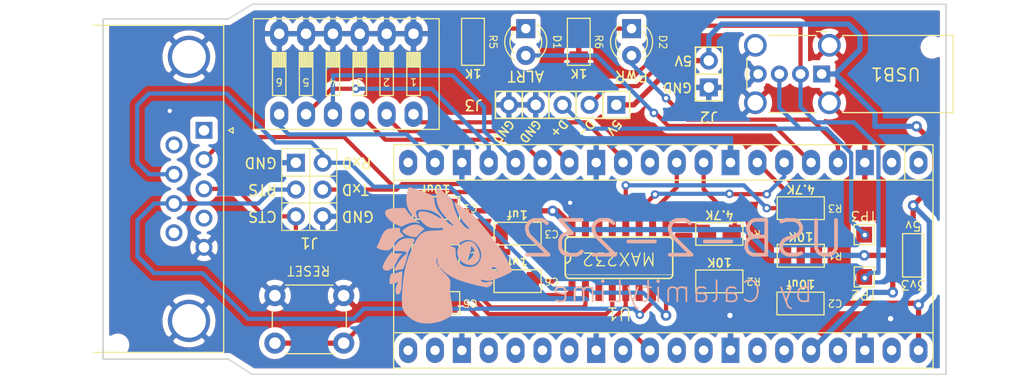
<source format=kicad_pcb>
(kicad_pcb (version 20171130) (host pcbnew "(5.1.10)-1")
  (layers (0 F.Cu signal) (31 B.Cu signal) (34 B.Paste user) (35 F.Paste user) (36 B.SilkS user hide) (37 F.SilkS user hide) (38 B.Mask user) (39 F.Mask user) (44 Edge.Cuts user))
  (net 0 "")
  (net 1 GND)
  (net 2 "Net-(C3-Pad2)")
  (net 3 +5V)
  (net 4 "Net-(D1-Pad2)")
  (net 5 "Net-(D1-Pad1)")
  (net 6 "Net-(D2-Pad2)")
  (net 7 "Net-(D2-Pad1)")
  (net 8 "Net-(J1-Pad3)")
  (net 9 "Net-(J1-Pad2)")
  (net 10 "Net-(JP1-Pad3)")
  (net 11 "Net-(R1-Pad2)")
  (net 12 "Net-(R2-Pad2)")
  (net 13 "Net-(SW1-Pad6)")
  (net 14 "Net-(SW1-Pad5)")
  (net 15 "Net-(SW1-Pad4)")
  (net 16 "Net-(SW1-Pad3)")
  (net 17 "Net-(SW1-Pad2)")
  (net 18 "Net-(SW1-Pad1)")
  (net 19 "Net-(SW2-Pad1)")
  (net 20 "Net-(U1-Pad10)")
  (net 21 "Net-(U1-Pad11)")
  (net 22 "Net-(U2-Pad1)")
  (net 23 "Net-(U2-Pad2)")
  (net 24 "Net-(U2-Pad11)")
  (net 25 "Net-(U2-Pad20)")
  (net 26 "Net-(U2-Pad21)")
  (net 27 "Net-(U2-Pad22)")
  (net 28 "Net-(U2-Pad24)")
  (net 29 "Net-(U2-Pad25)")
  (net 30 "Net-(U2-Pad26)")
  (net 31 "Net-(U2-Pad27)")
  (net 32 "Net-(U2-Pad29)")
  (net 33 "Net-(U2-Pad31)")
  (net 34 "Net-(U2-Pad32)")
  (net 35 "Net-(U2-Pad34)")
  (net 36 "Net-(U2-Pad35)")
  (net 37 "Net-(U2-Pad37)")
  (net 38 "Net-(U2-Pad39)")
  (net 39 "Net-(J3-Pad2)")
  (net 40 "Net-(C5-Pad2)")
  (net 41 "Net-(C5-Pad1)")
  (net 42 "Net-(J3-Pad3)")
  (net 43 "Net-(rs232_1-Pad9)")
  (net 44 "Net-(rs232_1-Pad6)")
  (net 45 "Net-(rs232_1-Pad4)")
  (net 46 "Net-(rs232_1-Pad1)")
  (net 47 "Net-(J1-Pad4)")
  (net 48 "Net-(J1-Pad5)")
  (net 49 "Net-(C1-Pad2)")
  (net 50 "Net-(C4-Pad1)")
  (net 51 "Net-(C6-Pad2)")
  (net 52 "Net-(C6-Pad1)")
  (net 53 "Net-(R3-Pad2)")
  (net 54 "Net-(R4-Pad1)")
  (module "USB-2-232:JLCPCB mounting hole" (layer F.Cu) (at 123.428 107.95)
    (fp_text reference REF** hide)
    (fp_text value "JLCPCB mounting hole")
    (pad "" np_thru_hole circle (at 0 0) (size 1.152 1.152) (drill 1.152) (layers *.Cu *.Mask))
  )
  (module "USB-2-232:JLCPCB mounting hole" (layer F.Cu) (at 200.406 79.756)
    (fp_text reference REF** hide)
    (fp_text value "JLCPCB mounting hole")
    (pad "" np_thru_hole circle (at 0 0) (size 1.152 1.152) (drill 1.152) (layers *.Cu *.Mask))
  )
  (module USB-2-232:pfp-1050-flip (layer B.Cu) (at 154.1945 99.6315 180)
    (fp_text reference G*** hide)
    (fp_text value LOGO hide)
  )
  (module usbpico:R_1206_3216Metric_LED (layer F.Cu) (at 157.005 79.248 90)
    (fp_text reference R5 (at 0 1.9 270 unlocked) (layer F.SilkS) (effects (font (size 0.7 0.7) (thickness 0.1))))
    (fp_text value 1K (at -3 0 180 unlocked) (layer F.SilkS) (effects (font (size 0.8 0.8))))
    (pad 2 smd rect (at 1.4625 0 90) (size 1.125 1.75) (layers F.Cu F.Paste F.Mask) (net 5 "Net-(D1-Pad1)"))
    (pad 1 smd rect (at -1.4625 0 90) (size 1.125 1.75) (layers F.Cu F.Paste F.Mask) (net 1 GND))
  )
  (module usbpico:R_1206_3216Metric_LED (layer F.Cu) (at 167.005 79.248 90)
    (fp_text reference R6 (at 0 1.9 270 unlocked) (layer F.SilkS) (effects (font (size 0.7 0.7) (thickness 0.1))))
    (fp_text value 1K (at -3 0 180 unlocked) (layer F.SilkS) (effects (font (size 0.8 0.8))))
    (pad 2 smd rect (at 1.4625 0 90) (size 1.125 1.75) (layers F.Cu F.Paste F.Mask) (net 7 "Net-(D2-Pad1)"))
    (pad 1 smd rect (at -1.4625 0 90) (size 1.125 1.75) (layers F.Cu F.Paste F.Mask) (net 1 GND))
  )
  (module usbpico:PinHeader_ALT_SERIAL_OUT (layer F.Cu) (at 140.2588 90.6948)
    (fp_text reference J1 (at 1.27 7.6 180 unlocked) (layer F.SilkS))
    (fp_text value Conn_01x06_Male)
    (fp_text user CTS (at -1.7 5.08 180 unlocked) (layer F.SilkS) (effects (justify left)))
    (fp_text user RTS (at -1.7 2.54 180 unlocked) (layer F.SilkS) (effects (justify left)))
    (fp_text user GND (at -1.7 0 180 unlocked) (layer F.SilkS) (effects (justify left)))
    (fp_text user GND (at 4.24 5.08 180 unlocked) (layer F.SilkS) (effects (justify right)))
    (fp_text user TxD (at 4.24 2.54 180 unlocked) (layer F.SilkS) (effects (justify right)))
    (fp_text user RxD (at 4.24 0 180 unlocked) (layer F.SilkS) (effects (justify right)))
    (pad 6 thru_hole oval (at 2.54 5.08) (size 1.7 1.7) (drill 1) (layers *.Cu *.Mask) (net 1 GND))
    (pad 5 thru_hole oval (at 0 5.08) (size 1.7 1.7) (drill 1) (layers *.Cu *.Mask) (net 48 "Net-(J1-Pad5)"))
    (pad 4 thru_hole oval (at 2.54 2.54) (size 1.7 1.7) (drill 1) (layers *.Cu *.Mask) (net 47 "Net-(J1-Pad4)"))
    (pad 3 thru_hole oval (at 0 2.54) (size 1.7 1.7) (drill 1) (layers *.Cu *.Mask) (net 8 "Net-(J1-Pad3)"))
    (pad 2 thru_hole oval (at 2.54 0) (size 1.7 1.7) (drill 1) (layers *.Cu *.Mask) (net 9 "Net-(J1-Pad2)"))
    (pad 1 thru_hole rect (at 0 0) (size 1.7 1.7) (drill 1) (layers *.Cu *.Mask) (net 1 GND))
  )
  (module usbpico:USB_A_Wuerth_614004134726_Horizontal (layer F.Cu) (at 189.976 82.296 180)
    (fp_text reference USB1 (at -7 0 180 unlocked) (layer F.SilkS) (effects (font (size 1.2 1.2))))
    (fp_text value USB_A)
    (pad 5 thru_hole circle (at -0.73 -2.72 180) (size 2.15 2.15) (drill 1.5) (layers *.Cu *.Mask) (net 1 GND))
    (pad 5 thru_hole circle (at 6.27 -2.72 180) (size 2.15 2.15) (drill 1.5) (layers *.Cu *.Mask) (net 1 GND))
    (pad 5 thru_hole circle (at 6.27 2.72 180) (size 2.15 2.15) (drill 1.5) (layers *.Cu *.Mask) (net 1 GND))
    (pad 5 thru_hole circle (at -0.73 2.72 180) (size 2.15 2.15) (drill 1.5) (layers *.Cu *.Mask) (net 1 GND))
    (pad 1 thru_hole rect (at 0 0 180) (size 1.6 1.6) (drill 0.92) (layers *.Cu *.Mask) (net 3 +5V))
    (pad 2 thru_hole circle (at 2 0 180) (size 1.6 1.6) (drill 0.92) (layers *.Cu *.Mask) (net 39 "Net-(J3-Pad2)"))
    (pad 3 thru_hole circle (at 4 0 180) (size 1.6 1.6) (drill 0.92) (layers *.Cu *.Mask) (net 42 "Net-(J3-Pad3)"))
    (pad 4 thru_hole circle (at 6 0 180) (size 1.6 1.6) (drill 0.92) (layers *.Cu *.Mask) (net 1 GND))
  )
  (module usbpico:SW_DIP_SPSTx06_Slide_9.78x17.42mm_W7.62mm_P2.54mm (layer F.Cu) (at 151.384 78.486 270)
    (fp_text reference SW1 hide)
    (fp_text value SW_DIP_x06)
    (fp_text user 6 (at 4.572 12.7 180 unlocked) (layer F.SilkS) (effects (font (size 0.7 0.7) (thickness 0.1))))
    (fp_text user 5 (at 4.572 9.779 180 unlocked) (layer F.SilkS) (effects (font (size 0.7 0.7) (thickness 0.1)) (justify left)))
    (fp_text user 4 (at 4.572 7.239 180 unlocked) (layer F.SilkS) (effects (font (size 0.7 0.7) (thickness 0.1)) (justify left)))
    (fp_text user 3 (at 4.572 4.699 180 unlocked) (layer F.SilkS) (effects (font (size 0.7 0.7) (thickness 0.1)) (justify left)))
    (fp_text user 2 (at 4.572 2.159 180 unlocked) (layer F.SilkS) (effects (font (size 0.7 0.7) (thickness 0.1)) (justify left)))
    (fp_text user 1 (at 4.572 -0.381 180 unlocked) (layer F.SilkS) (effects (font (size 0.7 0.7) (thickness 0.1)) (justify left)))
    (pad 1 thru_hole oval (at 7.62 0 270) (size 2.4 1.7) (drill 1) (layers *.Cu *.Mask) (net 18 "Net-(SW1-Pad1)"))
    (pad 7 thru_hole oval (at 0 12.7 270) (size 2.4 1.7) (drill 1) (layers *.Cu *.Mask) (net 1 GND))
    (pad 2 thru_hole oval (at 7.62 2.54 270) (size 2.4 1.7) (drill 1) (layers *.Cu *.Mask) (net 17 "Net-(SW1-Pad2)"))
    (pad 8 thru_hole oval (at 0 10.16 270) (size 2.4 1.7) (drill 1) (layers *.Cu *.Mask) (net 1 GND))
    (pad 3 thru_hole oval (at 7.62 5.08 270) (size 2.4 1.7) (drill 1) (layers *.Cu *.Mask) (net 16 "Net-(SW1-Pad3)"))
    (pad 9 thru_hole oval (at 0 7.62 270) (size 2.4 1.7) (drill 1) (layers *.Cu *.Mask) (net 1 GND))
    (pad 4 thru_hole oval (at 7.62 7.62 270) (size 2.4 1.7) (drill 1) (layers *.Cu *.Mask) (net 15 "Net-(SW1-Pad4)"))
    (pad 10 thru_hole oval (at 0 5.08 270) (size 2.4 1.7) (drill 1) (layers *.Cu *.Mask) (net 1 GND))
    (pad 5 thru_hole oval (at 7.62 10.16 270) (size 2.4 1.7) (drill 1) (layers *.Cu *.Mask) (net 14 "Net-(SW1-Pad5)"))
    (pad 11 thru_hole oval (at 0 2.54 270) (size 2.4 1.7) (drill 1) (layers *.Cu *.Mask) (net 1 GND))
    (pad 6 thru_hole oval (at 7.62 12.7 270) (size 2.4 1.7) (drill 1) (layers *.Cu *.Mask) (net 13 "Net-(SW1-Pad6)"))
    (pad 12 thru_hole oval (at 0 0 270) (size 2.4 1.7) (drill 1) (layers *.Cu *.Mask) (net 1 GND))
  )
  (module usbpico:LED_D3.0mm_PWR (layer F.Cu) (at 172 78 270)
    (fp_text reference D2 (at 1.27 -2.96 270 unlocked) (layer F.SilkS) (effects (font (size 0.7 0.7) (thickness 0.1))))
    (fp_text value LED_Small)
    (fp_text user PWR (at 4.5 0 180 unlocked) (layer F.SilkS))
    (pad 2 thru_hole circle (at 2.54 0 270) (size 1.8 1.8) (drill 0.9) (layers *.Cu *.Mask) (net 6 "Net-(D2-Pad2)"))
    (pad 1 thru_hole rect (at 0 0 270) (size 1.8 1.8) (drill 0.9) (layers *.Cu *.Mask) (net 7 "Net-(D2-Pad1)"))
  )
  (module usbpico:LED_D3.0mm_ALRT (layer F.Cu) (at 162 78 270)
    (fp_text reference D1 (at 1.27 -2.96 270 unlocked) (layer F.SilkS) (effects (font (size 0.7 0.7) (thickness 0.11))))
    (fp_text value LED_Small)
    (fp_text user ALRT (at 4.5 0 180 unlocked) (layer F.SilkS))
    (pad 2 thru_hole circle (at 2.54 0 270) (size 1.8 1.8) (drill 0.9) (layers *.Cu *.Mask) (net 4 "Net-(D1-Pad2)"))
    (pad 1 thru_hole rect (at 0 0 270) (size 1.8 1.8) (drill 0.9) (layers *.Cu *.Mask) (net 5 "Net-(D1-Pad1)"))
  )
  (module usbpico:SW_PUSH_6mm (layer F.Cu) (at 144.78 107.777 180)
    (fp_text reference SW2 hide)
    (fp_text value SW_MEC_5E)
    (fp_text user RESET (at 3.302 6.858 180 unlocked) (layer F.SilkS) (effects (font (size 0.9 0.9) (thickness 0.12))))
    (pad 2 thru_hole circle (at 6.5 0 270) (size 2 2) (drill 1.1) (layers *.Cu *.Mask) (net 19 "Net-(SW2-Pad1)"))
    (pad 4 thru_hole circle (at 6.5 4.5 270) (size 2 2) (drill 1.1) (layers *.Cu *.Mask) (net 1 GND))
    (pad 1 thru_hole circle (at 0 0 270) (size 2 2) (drill 1.1) (layers *.Cu *.Mask) (net 19 "Net-(SW2-Pad1)"))
    (pad 3 thru_hole circle (at 0 4.5 270) (size 2 2) (drill 1.1) (layers *.Cu *.Mask) (net 1 GND))
  )
  (module usbpico:SolderJumper_MAX232_5v-3v3_switch (layer F.Cu) (at 198.628 99.465 270)
    (fp_text reference JP1 hide)
    (fp_text value SolderJumper_3_Open)
    (fp_text user 5v (at -2.8 0 180 unlocked) (layer F.SilkS) (effects (font (size 0.9 0.9) (thickness 0.12))))
    (fp_text user 3v3 (at 2.8 0 180 unlocked) (layer F.SilkS) (effects (font (size 0.9 0.9) (thickness 0.12))))
    (pad 1 smd rect (at -1.3 0 270) (size 1 1.5) (layers F.Cu F.Mask) (net 3 +5V))
    (pad 2 smd rect (at 0 0 270) (size 1 1.5) (layers F.Cu F.Mask) (net 49 "Net-(C1-Pad2)"))
    (pad 3 smd rect (at 1.3 0 270) (size 1 1.5) (layers F.Cu F.Mask) (net 10 "Net-(JP1-Pad3)"))
  )
  (module usbpico:max232_SMD (layer F.Cu) (at 170.815 99.695)
    (fp_text reference U1 (at 0 4.6 180 unlocked) (layer F.SilkS) (effects (font (size 1.2 1.2) (thickness 0.12)) (justify bottom)))
    (fp_text value MAX232 (at 0 -0.6 180 unlocked) (layer F.SilkS) (effects (font (size 1.2 1.2) (thickness 0.12)) (justify bottom)))
    (pad 9 smd rect (at 4.445 -3.0734) (size 0.6604 2.032) (layers F.Cu F.Paste F.Mask) (net 54 "Net-(R4-Pad1)"))
    (pad 8 smd rect (at 4.445 3.0734) (size 0.6604 2.032) (layers F.Cu F.Paste F.Mask) (net 9 "Net-(J1-Pad2)"))
    (pad 10 smd rect (at 3.175 -3.0734) (size 0.6604 2.032) (layers F.Cu F.Paste F.Mask) (net 20 "Net-(U1-Pad10)"))
    (pad 11 smd rect (at 1.905 -3.0734) (size 0.6604 2.032) (layers F.Cu F.Paste F.Mask) (net 21 "Net-(U1-Pad11)"))
    (pad 7 smd rect (at 3.175 3.0734) (size 0.6604 2.032) (layers F.Cu F.Paste F.Mask) (net 8 "Net-(J1-Pad3)"))
    (pad 6 smd rect (at 1.905 3.0734) (size 0.6604 2.032) (layers F.Cu F.Paste F.Mask) (net 2 "Net-(C3-Pad2)"))
    (pad 12 smd rect (at 0.635 -3.0734) (size 0.6604 2.032) (layers F.Cu F.Paste F.Mask) (net 53 "Net-(R3-Pad2)"))
    (pad 5 smd rect (at 0.635 3.0734) (size 0.6604 2.032) (layers F.Cu F.Paste F.Mask) (net 40 "Net-(C5-Pad2)"))
    (pad 13 smd rect (at -0.635 -3.0734) (size 0.6604 2.032) (layers F.Cu F.Paste F.Mask) (net 47 "Net-(J1-Pad4)"))
    (pad 4 smd rect (at -0.635 3.0734) (size 0.6604 2.032) (layers F.Cu F.Paste F.Mask) (net 41 "Net-(C5-Pad1)"))
    (pad 14 smd rect (at -1.905 -3.0734) (size 0.6604 2.032) (layers F.Cu F.Paste F.Mask) (net 48 "Net-(J1-Pad5)"))
    (pad 15 smd rect (at -3.175 -3.0734) (size 0.6604 2.032) (layers F.Cu F.Paste F.Mask) (net 1 GND))
    (pad 3 smd rect (at -1.905 3.0734) (size 0.6604 2.032) (layers F.Cu F.Paste F.Mask) (net 51 "Net-(C6-Pad2)"))
    (pad 2 smd rect (at -3.175 3.0734) (size 0.6604 2.032) (layers F.Cu F.Paste F.Mask) (net 50 "Net-(C4-Pad1)"))
    (pad 16 smd rect (at -4.445 -3.0734) (size 0.6604 2.032) (layers F.Cu F.Paste F.Mask) (net 49 "Net-(C1-Pad2)"))
    (pad 1 smd rect (at -4.445 3.0734) (size 0.6604 2.032) (layers F.Cu F.Paste F.Mask) (net 52 "Net-(C6-Pad1)"))
  )
  (module usbpico:R_1206_3216Metric_bridgeflip (layer F.Cu) (at 188 95 180)
    (fp_text reference R3 (at -2.5 0 180 unlocked) (layer F.SilkS) (effects (font (size 0.7 0.7) (thickness 0.1)) (justify right)))
    (fp_text value 4.7K (at 0 1.8 180 unlocked) (layer F.SilkS) (effects (font (size 0.8 0.8))))
    (pad 2 smd rect (at 0.6 0) (size 0.6 1) (layers F.Cu F.Paste F.Mask) (net 53 "Net-(R3-Pad2)"))
    (pad 1 smd rect (at -0.6 0 180) (size 0.6 1) (layers F.Cu F.Paste F.Mask) (net 11 "Net-(R1-Pad2)"))
    (pad 2 smd rect (at 1.4625 0 180) (size 1.125 1.75) (layers F.Cu F.Paste F.Mask) (net 53 "Net-(R3-Pad2)"))
    (pad 1 smd rect (at -1.4625 0 180) (size 1.125 1.75) (layers F.Cu F.Paste F.Mask) (net 11 "Net-(R1-Pad2)"))
  )
  (module usbpico:R_1206_3216Metric (layer F.Cu) (at 180.302 101.932)
    (fp_text reference R2 (at 2.5 0 180 unlocked) (layer F.SilkS) (effects (font (size 0.7 0.7) (thickness 0.1)) (justify right)))
    (fp_text value 10K (at 0 -1.8 180 unlocked) (layer F.SilkS) (effects (font (size 0.8 0.8))))
    (pad 2 smd rect (at 1.4625 0) (size 1.125 1.75) (layers F.Cu F.Paste F.Mask) (net 12 "Net-(R2-Pad2)"))
    (pad 1 smd rect (at -1.4625 0) (size 1.125 1.75) (layers F.Cu F.Paste F.Mask) (net 1 GND))
  )
  (module usbpico:R_1206_3216Metric (layer F.Cu) (at 188 99.5)
    (fp_text reference R1 (at 2.5 0 180 unlocked) (layer F.SilkS) (effects (font (size 0.7 0.7) (thickness 0.1)) (justify right)))
    (fp_text value 10K (at 0 -1.8 180 unlocked) (layer F.SilkS) (effects (font (size 0.8 0.8))))
    (pad 2 smd rect (at 1.4625 0) (size 1.125 1.75) (layers F.Cu F.Paste F.Mask) (net 11 "Net-(R1-Pad2)"))
    (pad 1 smd rect (at -1.4625 0) (size 1.125 1.75) (layers F.Cu F.Paste F.Mask) (net 1 GND))
  )
  (module usbpico:R_1206_3216Metric_bridge (layer F.Cu) (at 180.302 97.432)
    (fp_text reference R4 (at 2.5 0 180 unlocked) (layer F.SilkS) (effects (font (size 0.7 0.7) (thickness 0.1)) (justify right)))
    (fp_text value 4.7K (at 0 -1.8 180 unlocked) (layer F.SilkS) (effects (font (size 0.8 0.8))))
    (pad 2 smd rect (at 0.6 0 180) (size 0.6 1) (layers F.Cu F.Paste F.Mask) (net 12 "Net-(R2-Pad2)"))
    (pad 1 smd rect (at -0.6 0) (size 0.6 1) (layers F.Cu F.Paste F.Mask) (net 54 "Net-(R4-Pad1)"))
    (pad 2 smd rect (at 1.4625 0) (size 1.125 1.75) (layers F.Cu F.Paste F.Mask) (net 12 "Net-(R2-Pad2)"))
    (pad 1 smd rect (at -1.4625 0) (size 1.125 1.75) (layers F.Cu F.Paste F.Mask) (net 54 "Net-(R4-Pad1)"))
  )
  (module usbpico:C_1206_3216Metric (layer F.Cu) (at 153.5 95)
    (fp_text reference C1 (at 2.5 0 180 unlocked) (layer F.SilkS) (effects (font (size 0.7 0.7) (thickness 0.1)) (justify right)))
    (fp_text value 10uf (at 0 -1.8 180 unlocked) (layer F.SilkS) (effects (font (size 0.8 0.8))))
    (pad 2 smd rect (at 1.475 0) (size 1.15 1.8) (layers F.Cu F.Paste F.Mask) (net 49 "Net-(C1-Pad2)"))
    (pad 1 smd rect (at -1.475 0) (size 1.15 1.8) (layers F.Cu F.Paste F.Mask) (net 1 GND))
  )
  (module usbpico:C_1206_3216Metric (layer F.Cu) (at 161.198 101.932)
    (fp_text reference C6 (at 2.5 0 180 unlocked) (layer F.SilkS) (effects (font (size 0.7 0.7) (thickness 0.1)) (justify right)))
    (fp_text value 1uf (at 0 -1.8 180 unlocked) (layer F.SilkS) (effects (font (size 0.8 0.8))))
    (pad 2 smd rect (at 1.475 0) (size 1.15 1.8) (layers F.Cu F.Paste F.Mask) (net 51 "Net-(C6-Pad2)"))
    (pad 1 smd rect (at -1.475 0) (size 1.15 1.8) (layers F.Cu F.Paste F.Mask) (net 52 "Net-(C6-Pad1)"))
  )
  (module usbpico:C_1206_3216Metric (layer F.Cu) (at 153.5 104)
    (fp_text reference C5 (at 2.5 0 180 unlocked) (layer F.SilkS) (effects (font (size 0.7 0.7) (thickness 0.1)) (justify right)))
    (fp_text value 1uf (at 0 -1.8 180 unlocked) (layer F.SilkS) (effects (font (size 0.8 0.8))))
    (pad 2 smd rect (at 1.475 0) (size 1.15 1.8) (layers F.Cu F.Paste F.Mask) (net 40 "Net-(C5-Pad2)"))
    (pad 1 smd rect (at -1.475 0) (size 1.15 1.8) (layers F.Cu F.Paste F.Mask) (net 41 "Net-(C5-Pad1)"))
  )
  (module usbpico:C_1206_3216Metric (layer F.Cu) (at 161.198 97.432)
    (fp_text reference C3 (at 2.5 0 180 unlocked) (layer F.SilkS) (effects (font (size 0.7 0.7) (thickness 0.1)) (justify right)))
    (fp_text value 1uf (at 0 -1.8 180 unlocked) (layer F.SilkS) (effects (font (size 0.8 0.8))))
    (pad 2 smd rect (at 1.475 0) (size 1.15 1.8) (layers F.Cu F.Paste F.Mask) (net 2 "Net-(C3-Pad2)"))
    (pad 1 smd rect (at -1.475 0) (size 1.15 1.8) (layers F.Cu F.Paste F.Mask) (net 1 GND))
  )
  (module usbpico:C_1206_3216MetricFlip (layer F.Cu) (at 153.5 99.5 180)
    (fp_text reference C4 (at -2.5 0 180 unlocked) (layer F.SilkS) (effects (font (size 0.7 0.7) (thickness 0.1)) (justify right)))
    (fp_text value 1uf (at 0 1.8 180 unlocked) (layer F.SilkS) (effects (font (size 0.8 0.8))))
    (pad 2 smd rect (at 1.475 0 180) (size 1.15 1.8) (layers F.Cu F.Paste F.Mask) (net 1 GND))
    (pad 1 smd rect (at -1.475 0 180) (size 1.15 1.8) (layers F.Cu F.Paste F.Mask) (net 50 "Net-(C4-Pad1)"))
  )
  (module usbpico:C_1206_3216MetricFlip (layer F.Cu) (at 188 104 180)
    (fp_text reference C2 (at -2.5 0 180 unlocked) (layer F.SilkS) (effects (font (size 0.7 0.7) (thickness 0.1)) (justify right)))
    (fp_text value 10uf (at 0 1.8 180 unlocked) (layer F.SilkS) (effects (font (size 0.8 0.8))))
    (pad 2 smd rect (at 1.475 0 180) (size 1.15 1.8) (layers F.Cu F.Paste F.Mask) (net 1 GND))
    (pad 1 smd rect (at -1.475 0 180) (size 1.15 1.8) (layers F.Cu F.Paste F.Mask) (net 3 +5V))
  )
  (module usbpico:PinHeader_ALT_PWR_IN (layer F.Cu) (at 179.308 81.026)
    (fp_text reference J2 (at 0 5.334 180 unlocked) (layer F.SilkS))
    (fp_text value Conn_01x02_Male)
    (fp_text user 5V (at -1.5 0 180 unlocked) (layer F.SilkS) (effects (font (size 0.9 0.9)) (justify left)))
    (fp_text user GND (at -1.5 2.54 180 unlocked) (layer F.SilkS) (effects (font (size 0.9 0.9)) (justify left)))
    (pad 1 thru_hole circle (at 0 0) (size 1.7 1.7) (drill 1) (layers *.Cu *.Mask) (net 3 +5V))
    (pad 2 thru_hole rect (at 0 2.54 90) (size 1.7 1.7) (drill 1) (layers *.Cu *.Mask) (net 1 GND))
  )
  (module usbpico:PinHeader_ALT_USB_IN (layer F.Cu) (at 170.561 85.217 270)
    (fp_text reference J3 (at 0 13.5 180 unlocked) (layer F.SilkS))
    (fp_text value Conn_01x05_Male)
    (fp_text user GND (at 1.5 7.3025 230 unlocked) (layer F.SilkS) (effects (font (size 0.8 0.8)) (justify left)))
    (fp_text user GND (at 1.5 9.8425 230 unlocked) (layer F.SilkS) (effects (font (size 0.8 0.8)) (justify left)))
    (fp_text user D+ (at 1.5 4.7625 230 unlocked) (layer F.SilkS) (effects (font (size 0.8 0.8)) (justify left)))
    (fp_text user D- (at 1.5 2.2225 230 unlocked) (layer F.SilkS) (effects (font (size 0.8 0.8)) (justify left)))
    (fp_text user 5V (at 1.5 -0.3175 230 unlocked) (layer F.SilkS) (effects (font (size 0.8 0.8)) (justify left)))
    (pad 5 thru_hole oval (at 0 10.16 270) (size 1.7 1.7) (drill 1) (layers *.Cu *.Mask) (net 1 GND))
    (pad 4 thru_hole oval (at 0 7.62 270) (size 1.7 1.7) (drill 1) (layers *.Cu *.Mask) (net 1 GND))
    (pad 3 thru_hole oval (at 0 5.08 270) (size 1.7 1.7) (drill 1) (layers *.Cu *.Mask) (net 42 "Net-(J3-Pad3)"))
    (pad 2 thru_hole oval (at 0 2.54 270) (size 1.7 1.7) (drill 1) (layers *.Cu *.Mask) (net 39 "Net-(J3-Pad2)"))
    (pad 1 thru_hole rect (at 0 0 270) (size 1.7 1.7) (drill 1) (layers *.Cu *.Mask) (net 3 +5V))
  )
  (module usbpico:RPi_Pico_SMD_THv2 (layer F.Cu) (at 175.006 99.568 270)
    (fp_text reference U2 hide)
    (fp_text value PICO_RP2040)
    (pad 1 thru_hole oval (at -8.89 -24.13 270) (size 2.2 1.7) (drill 0.9) (layers *.Cu *.Mask) (net 22 "Net-(U2-Pad1)"))
    (pad 2 thru_hole oval (at -8.89 -21.59 270) (size 2.4 1.7) (drill 0.9) (layers *.Cu *.Mask) (net 23 "Net-(U2-Pad2)"))
    (pad 3 thru_hole rect (at -8.89 -19.05 270) (size 2.4 1.7) (drill 0.9) (layers *.Cu *.Mask) (net 1 GND))
    (pad 4 thru_hole oval (at -8.89 -16.51 270) (size 2.4 1.7) (drill 0.9) (layers *.Cu *.Mask) (net 6 "Net-(D2-Pad2)"))
    (pad 5 thru_hole oval (at -8.89 -13.97 270) (size 2.4 1.7) (drill 0.9) (layers *.Cu *.Mask) (net 4 "Net-(D1-Pad2)"))
    (pad 6 thru_hole oval (at -8.89 -11.43 270) (size 2.4 1.7) (drill 0.9) (layers *.Cu *.Mask) (net 21 "Net-(U1-Pad11)"))
    (pad 7 thru_hole oval (at -8.89 -8.89 270) (size 2.4 1.7) (drill 0.9) (layers *.Cu *.Mask) (net 11 "Net-(R1-Pad2)"))
    (pad 8 thru_hole rect (at -8.89 -6.35 270) (size 2.4 1.7) (drill 0.9) (layers *.Cu *.Mask) (net 1 GND))
    (pad 9 thru_hole oval (at -8.89 -3.81 270) (size 2.4 1.7) (drill 0.9) (layers *.Cu *.Mask) (net 12 "Net-(R2-Pad2)"))
    (pad 10 thru_hole oval (at -8.89 -1.27 270) (size 2.4 1.7) (drill 0.9) (layers *.Cu *.Mask) (net 20 "Net-(U1-Pad10)"))
    (pad 11 thru_hole oval (at -8.89 1.27 270) (size 2.4 1.7) (drill 0.9) (layers *.Cu *.Mask) (net 24 "Net-(U2-Pad11)"))
    (pad 12 thru_hole oval (at -8.89 3.81 270) (size 2.4 1.7) (drill 0.9) (layers *.Cu *.Mask) (net 18 "Net-(SW1-Pad1)"))
    (pad 13 thru_hole rect (at -8.89 6.35 270) (size 2.4 1.7) (drill 0.9) (layers *.Cu *.Mask) (net 1 GND))
    (pad 14 thru_hole oval (at -8.89 8.89 270) (size 2.4 1.7) (drill 0.9) (layers *.Cu *.Mask) (net 17 "Net-(SW1-Pad2)"))
    (pad 15 thru_hole oval (at -8.89 11.43 270) (size 2.4 1.7) (drill 0.9) (layers *.Cu *.Mask) (net 16 "Net-(SW1-Pad3)"))
    (pad 16 thru_hole oval (at -8.89 13.97 270) (size 2.4 1.7) (drill 0.9) (layers *.Cu *.Mask) (net 15 "Net-(SW1-Pad4)"))
    (pad 17 thru_hole oval (at -8.89 16.51 270) (size 2.4 1.7) (drill 0.9) (layers *.Cu *.Mask) (net 14 "Net-(SW1-Pad5)"))
    (pad 18 thru_hole rect (at -8.89 19.05 270) (size 2.4 1.7) (drill 0.9) (layers *.Cu *.Mask) (net 1 GND))
    (pad 19 thru_hole oval (at -8.89 21.59 270) (size 2.4 1.7) (drill 0.9) (layers *.Cu *.Mask) (net 13 "Net-(SW1-Pad6)"))
    (pad 20 thru_hole oval (at -8.89 24.13 270) (size 2.4 1.7) (drill 0.9) (layers *.Cu *.Mask) (net 25 "Net-(U2-Pad20)"))
    (pad 21 thru_hole oval (at 8.89 24.13 270) (size 2.4 1.7) (drill 0.9) (layers *.Cu *.Mask) (net 26 "Net-(U2-Pad21)"))
    (pad 22 thru_hole oval (at 8.89 21.59 270) (size 2.4 1.7) (drill 0.9) (layers *.Cu *.Mask) (net 27 "Net-(U2-Pad22)"))
    (pad 23 thru_hole rect (at 8.89 19.05 270) (size 2.4 1.7) (drill 0.9) (layers *.Cu *.Mask) (net 1 GND))
    (pad 24 thru_hole oval (at 8.89 16.51 270) (size 2.4 1.7) (drill 0.9) (layers *.Cu *.Mask) (net 28 "Net-(U2-Pad24)"))
    (pad 25 thru_hole oval (at 8.89 13.97 270) (size 2.4 1.7) (drill 0.9) (layers *.Cu *.Mask) (net 29 "Net-(U2-Pad25)"))
    (pad 26 thru_hole oval (at 8.89 11.43 270) (size 2.4 1.7) (drill 0.9) (layers *.Cu *.Mask) (net 30 "Net-(U2-Pad26)"))
    (pad 27 thru_hole oval (at 8.89 8.89 270) (size 2.4 1.7) (drill 0.9) (layers *.Cu *.Mask) (net 31 "Net-(U2-Pad27)"))
    (pad 28 thru_hole rect (at 8.89 6.35 270) (size 2.4 1.7) (drill 0.9) (layers *.Cu *.Mask) (net 1 GND))
    (pad 29 thru_hole oval (at 8.89 3.81 270) (size 2.4 1.7) (drill 0.9) (layers *.Cu *.Mask) (net 32 "Net-(U2-Pad29)"))
    (pad 30 thru_hole oval (at 8.89 1.27 270) (size 2.4 1.7) (drill 0.9) (layers *.Cu *.Mask) (net 19 "Net-(SW2-Pad1)"))
    (pad 31 thru_hole oval (at 8.89 -1.27 270) (size 2.4 1.7) (drill 0.9) (layers *.Cu *.Mask) (net 33 "Net-(U2-Pad31)"))
    (pad 32 thru_hole oval (at 8.89 -3.81 270) (size 2.4 1.7) (drill 0.9) (layers *.Cu *.Mask) (net 34 "Net-(U2-Pad32)"))
    (pad 33 thru_hole rect (at 8.89 -6.35 270) (size 2.4 1.7) (drill 0.9) (layers *.Cu *.Mask) (net 1 GND))
    (pad 34 thru_hole oval (at 8.89 -8.89 270) (size 2.4 1.7) (drill 0.9) (layers *.Cu *.Mask) (net 35 "Net-(U2-Pad34)"))
    (pad 35 thru_hole oval (at 8.89 -11.43 270) (size 2.4 1.7) (drill 0.9) (layers *.Cu *.Mask) (net 36 "Net-(U2-Pad35)"))
    (pad 36 thru_hole oval (at 8.89 -13.97 270) (size 2.4 1.7) (drill 0.9) (layers *.Cu *.Mask) (net 10 "Net-(JP1-Pad3)"))
    (pad 37 thru_hole oval (at 8.89 -16.51 270) (size 2.4 1.7) (drill 0.9) (layers *.Cu *.Mask) (net 37 "Net-(U2-Pad37)"))
    (pad 38 thru_hole rect (at 8.89 -19.05 270) (size 2.4 1.7) (drill 0.9) (layers *.Cu *.Mask) (net 1 GND))
    (pad 39 thru_hole oval (at 8.89 -21.59 90) (size 2.4 1.7) (drill 0.9) (layers *.Cu *.Mask) (net 38 "Net-(U2-Pad39)"))
    (pad 40 thru_hole oval (at 8.89 -24.13 270) (size 2.4 1.7) (drill 0.9) (layers *.Cu *.Mask) (net 3 +5V))
  )
  (module usbpico:TestPoint_Pad_1.5x1.5mm (layer F.Cu) (at 194 97.508 270)
    (fp_text reference TP3 (at -1.778 0.05 180 unlocked) (layer F.SilkS) (effects (font (size 0.9 0.9) (thickness 0.12))))
    (fp_text value TestPoint)
    (pad 1 smd rect (at 0 0 270) (size 1.5 1.5) (layers F.Cu F.Mask) (net 42 "Net-(J3-Pad3)"))
  )
  (module usbpico:TestPoint_Pad_1.5x1.5mm (layer F.Cu) (at 194 101.508 270)
    (fp_text reference TP2 (at 1.692 0.05 180 unlocked) (layer F.SilkS) (effects (font (size 0.9 0.9) (thickness 0.12))))
    (fp_text value TestPoint)
    (pad 1 smd rect (at 0 0 270) (size 1.5 1.5) (layers F.Cu F.Mask) (net 39 "Net-(J3-Pad2)"))
  )
  (module Connector_Dsub:DSUB-9_Male_Horizontal_P2.77x2.84mm_EdgePinOffset7.70mm_Housed_MountingHolesOffset9.12mm (layer F.Cu) (at 131.572 87.63 270)
    (fp_text reference rs232_1 hide)
    (fp_text value DB9_Female_MountingHoles)
    (pad 0 thru_hole circle (at 18.04 1.42 270) (size 4 4) (drill 3.2) (layers *.Cu *.Mask) (net 1 GND))
    (pad 0 thru_hole circle (at -6.96 1.42 270) (size 4 4) (drill 3.2) (layers *.Cu *.Mask) (net 1 GND))
    (pad 9 thru_hole circle (at 9.695 2.84 270) (size 1.6 1.6) (drill 1) (layers *.Cu *.Mask) (net 43 "Net-(rs232_1-Pad9)"))
    (pad 8 thru_hole circle (at 6.925 2.84 270) (size 1.6 1.6) (drill 1) (layers *.Cu *.Mask) (net 8 "Net-(J1-Pad3)"))
    (pad 7 thru_hole circle (at 4.155 2.84 270) (size 1.6 1.6) (drill 1) (layers *.Cu *.Mask) (net 9 "Net-(J1-Pad2)"))
    (pad 6 thru_hole circle (at 1.385 2.84 270) (size 1.6 1.6) (drill 1) (layers *.Cu *.Mask) (net 44 "Net-(rs232_1-Pad6)"))
    (pad 5 thru_hole circle (at 11.08 0 270) (size 1.6 1.6) (drill 1) (layers *.Cu *.Mask) (net 1 GND))
    (pad 4 thru_hole circle (at 8.31 0 270) (size 1.6 1.6) (drill 1) (layers *.Cu *.Mask) (net 45 "Net-(rs232_1-Pad4)"))
    (pad 3 thru_hole circle (at 5.54 0 270) (size 1.6 1.6) (drill 1) (layers *.Cu *.Mask) (net 48 "Net-(J1-Pad5)"))
    (pad 2 thru_hole circle (at 2.77 0 270) (size 1.6 1.6) (drill 1) (layers *.Cu *.Mask) (net 47 "Net-(J1-Pad4)"))
    (pad 1 thru_hole rect (at 0 0 270) (size 1.6 1.6) (drill 1) (layers *.Cu *.Mask) (net 46 "Net-(rs232_1-Pad1)"))
  )
  (gr_text "by CalamityLime" (at 176.8 102.9) (layer B.SilkS) (effects (font (size 2 2) (thickness 0.16)) (justify mirror)))
  (gr_text USB-2-232 (at 176.8 97.9) (layer B.SilkS) (effects (font (size 3.3 3.3) (thickness 0.35)) (justify mirror)))
  (gr_line (start 133.858 109.2835) (end 136.144 110.744) (layer Edge.Cuts) (width 0.15))
  (gr_line (start 133.858 77.089) (end 136.144 75.692) (layer Edge.Cuts) (width 0.15))
  (gr_line (start 133.858 109.2835) (end 122.031 109.2835) (layer Edge.Cuts) (width 0.15))
  (gr_line (start 133.858 77.089) (end 122.031 77.089) (layer Edge.Cuts) (width 0.15))
  (gr_line (start 122.031 77.089) (end 122.031 109.2835) (layer Edge.Cuts) (width 0.15))
  (gr_line (start 201.73 110.744) (end 136.144 110.744) (layer Edge.Cuts) (width 0.15))
  (gr_line (start 201.73 75.692) (end 201.73 110.744) (layer Edge.Cuts) (width 0.15))
  (gr_line (start 136.144 75.692) (end 201.73 75.692) (layer Edge.Cuts) (width 0.15))
  (segment (start 167.64 104.1844) (end 167.64 102.7684) (width 0.4) (layer F.Cu) (net 50))
  (segment (start 167.4304 104.394) (end 167.64 104.1844) (width 0.4) (layer F.Cu) (net 50))
  (segment (start 158.709542 104.394) (end 167.4304 104.394) (width 0.4) (layer F.Cu) (net 50))
  (segment (start 154.975 100.659458) (end 158.709542 104.394) (width 0.4) (layer F.Cu) (net 50))
  (segment (start 154.975 99.5) (end 154.975 100.659458) (width 0.4) (layer F.Cu) (net 50))
  (segment (start 162.673 97.432) (end 162.673 97.776) (width 0.4) (layer F.Cu) (net 2))
  (segment (start 172.72 101.3524) (end 172.72 102.7684) (width 0.4) (layer F.Cu) (net 2))
  (segment (start 172.72 101.3524) (end 171.6976 100.33) (width 0.4) (layer F.Cu) (net 2))
  (segment (start 165.571 100.33) (end 162.673 97.432) (width 0.4) (layer F.Cu) (net 2))
  (segment (start 171.6976 100.33) (end 165.571 100.33) (width 0.4) (layer F.Cu) (net 2))
  (via (at 181.3052 105.156) (size 1) (drill 0.5) (layers F.Cu B.Cu) (net 1))
  (via (at 196.4944 105.4608) (size 1) (drill 0.5) (layers F.Cu B.Cu) (net 1))
  (via (at 166.1922 94.488) (size 0.8) (drill 0.4) (layers F.Cu B.Cu) (net 1))
  (via (at 128.3335 85.7885) (size 0.8) (drill 0.4) (layers F.Cu B.Cu) (net 1))
  (segment (start 156.197 104) (end 154.975 104) (width 0.4) (layer F.Cu) (net 40))
  (segment (start 157.988 105.791) (end 156.197 104) (width 0.4) (layer F.Cu) (net 40))
  (segment (start 169.9704 105.791) (end 157.988 105.791) (width 0.4) (layer F.Cu) (net 40))
  (segment (start 171.45 104.3114) (end 169.9704 105.791) (width 0.4) (layer F.Cu) (net 40))
  (segment (start 171.45 102.7684) (end 171.45 104.3114) (width 0.4) (layer F.Cu) (net 40))
  (segment (start 152.4 102.362) (end 152.025 102.737) (width 0.4) (layer F.Cu) (net 41))
  (segment (start 152.025 102.737) (end 152.025 104) (width 0.4) (layer F.Cu) (net 41))
  (segment (start 155.829 102.362) (end 152.4 102.362) (width 0.4) (layer F.Cu) (net 41))
  (segment (start 158.496 105.029) (end 155.829 102.362) (width 0.4) (layer F.Cu) (net 41))
  (segment (start 169.5894 105.029) (end 158.496 105.029) (width 0.4) (layer F.Cu) (net 41))
  (segment (start 170.18 104.4384) (end 169.5894 105.029) (width 0.4) (layer F.Cu) (net 41))
  (segment (start 170.18 102.7684) (end 170.18 104.4384) (width 0.4) (layer F.Cu) (net 41))
  (via (at 199.136 104.14) (size 1) (drill 0.5) (layers F.Cu B.Cu) (net 3))
  (segment (start 198.996 104) (end 199.136 104.14) (width 0.5) (layer F.Cu) (net 3))
  (segment (start 189.475 104) (end 198.996 104) (width 0.5) (layer F.Cu) (net 3))
  (segment (start 199.136 104.14) (end 200.152 103.124) (width 0.5) (layer B.Cu) (net 3))
  (segment (start 200.152 103.124) (end 200.152 96.266) (width 0.5) (layer B.Cu) (net 3))
  (via (at 198.628 94.742) (size 1) (drill 0.5) (layers F.Cu B.Cu) (net 3))
  (segment (start 200.152 96.266) (end 198.628 94.742) (width 0.5) (layer B.Cu) (net 3))
  (segment (start 199.136 108.458) (end 199.136 104.14) (width 0.5) (layer F.Cu) (net 3))
  (segment (start 172.212 85.217) (end 170.561 85.217) (width 0.5) (layer F.Cu) (net 3))
  (segment (start 176.403 81.026) (end 172.212 85.217) (width 0.5) (layer F.Cu) (net 3))
  (segment (start 198.628 98.165) (end 198.628 94.742) (width 0.5) (layer F.Cu) (net 3))
  (segment (start 198.628 94.742) (end 200.66 92.71) (width 0.5) (layer F.Cu) (net 3))
  (segment (start 176.403 81.026) (end 179.308 81.026) (width 0.5) (layer F.Cu) (net 3))
  (segment (start 179.308 78.756) (end 179.308 81.026) (width 0.5) (layer B.Cu) (net 3))
  (segment (start 180.4924 77.5716) (end 179.308 78.756) (width 0.5) (layer B.Cu) (net 3))
  (segment (start 192.5066 77.5716) (end 180.4924 77.5716) (width 0.5) (layer B.Cu) (net 3))
  (segment (start 193.5988 79.9732) (end 193.5988 78.6638) (width 0.5) (layer B.Cu) (net 3))
  (segment (start 191.276 82.296) (end 193.5988 79.9732) (width 0.5) (layer B.Cu) (net 3))
  (segment (start 193.5988 78.6638) (end 192.5066 77.5716) (width 0.5) (layer B.Cu) (net 3))
  (segment (start 189.976 82.296) (end 191.276 82.296) (width 0.5) (layer B.Cu) (net 3))
  (via (at 198.9455 87.249) (size 1) (drill 0.5) (layers F.Cu B.Cu) (net 3))
  (segment (start 200.66 88.9635) (end 198.9455 87.249) (width 0.5) (layer F.Cu) (net 3))
  (segment (start 200.66 92.71) (end 200.66 88.9635) (width 0.5) (layer F.Cu) (net 3))
  (segment (start 198.9455 87.249) (end 195.0085 87.249) (width 0.5) (layer B.Cu) (net 3))
  (segment (start 195.0085 86.0285) (end 191.276 82.296) (width 0.5) (layer B.Cu) (net 3))
  (segment (start 195.0085 87.249) (end 195.0085 86.0285) (width 0.5) (layer B.Cu) (net 3))
  (segment (start 185.51201 87.21401) (end 175.47901 87.21401) (width 0.4) (layer F.Cu) (net 4))
  (segment (start 188.976 90.678) (end 185.51201 87.21401) (width 0.4) (layer F.Cu) (net 4))
  (via (at 174.117 85.979) (size 0.8) (drill 0.4) (layers F.Cu B.Cu) (net 4))
  (segment (start 174.244 85.979) (end 174.117 85.979) (width 0.4) (layer F.Cu) (net 4))
  (segment (start 175.47901 87.21401) (end 174.244 85.979) (width 0.4) (layer F.Cu) (net 4))
  (segment (start 168.678 80.54) (end 162 80.54) (width 0.4) (layer B.Cu) (net 4))
  (segment (start 174.117 85.979) (end 168.678 80.54) (width 0.4) (layer B.Cu) (net 4))
  (segment (start 157.2195 78) (end 157.005 77.7855) (width 0.4) (layer F.Cu) (net 5))
  (segment (start 162 78) (end 157.2195 78) (width 0.4) (layer F.Cu) (net 5))
  (segment (start 191.516 89.078) (end 189.052 86.614) (width 0.4) (layer F.Cu) (net 6))
  (segment (start 191.516 90.678) (end 191.516 89.078) (width 0.4) (layer F.Cu) (net 6))
  (via (at 175.26 84.582) (size 0.8) (drill 0.4) (layers F.Cu B.Cu) (net 6))
  (segment (start 177.292 86.614) (end 175.26 84.582) (width 0.4) (layer F.Cu) (net 6))
  (segment (start 189.052 86.614) (end 177.292 86.614) (width 0.4) (layer F.Cu) (net 6))
  (segment (start 172 81.322) (end 172 80.54) (width 0.4) (layer B.Cu) (net 6))
  (segment (start 175.26 84.582) (end 172 81.322) (width 0.4) (layer B.Cu) (net 6))
  (segment (start 167.2195 78) (end 167.005 77.7855) (width 0.4) (layer F.Cu) (net 7))
  (segment (start 172 78) (end 167.2195 78) (width 0.4) (layer F.Cu) (net 7))
  (segment (start 128.732 94.555) (end 136.712 94.555) (width 0.4) (layer B.Cu) (net 8))
  (segment (start 138.0322 93.2348) (end 140.2588 93.2348) (width 0.4) (layer B.Cu) (net 8))
  (segment (start 136.712 94.555) (end 138.0322 93.2348) (width 0.4) (layer B.Cu) (net 8))
  (via (at 172.7835 105.0925) (size 0.8) (drill 0.4) (layers F.Cu B.Cu) (net 8))
  (segment (start 173.99 103.886) (end 172.7835 105.0925) (width 0.4) (layer F.Cu) (net 8))
  (segment (start 173.99 102.7684) (end 173.99 103.886) (width 0.4) (layer F.Cu) (net 8))
  (segment (start 131.445 101.1555) (end 128.0795 101.1555) (width 0.4) (layer B.Cu) (net 8))
  (segment (start 135.6995 105.41) (end 131.445 101.1555) (width 0.4) (layer B.Cu) (net 8))
  (segment (start 128.732 94.555) (end 126.8695 94.555) (width 0.4) (layer B.Cu) (net 8))
  (segment (start 126.8695 94.555) (end 125.2855 96.139) (width 0.4) (layer B.Cu) (net 8))
  (segment (start 125.2855 96.139) (end 125.2855 99.568) (width 0.4) (layer B.Cu) (net 8))
  (segment (start 125.2855 99.568) (end 126.873 101.1555) (width 0.4) (layer B.Cu) (net 8))
  (segment (start 128.0795 101.1555) (end 126.873 101.1555) (width 0.4) (layer B.Cu) (net 8))
  (segment (start 145.7325 105.4735) (end 139.3825 105.4735) (width 0.4) (layer B.Cu) (net 8))
  (segment (start 146.685 104.521) (end 145.7325 105.4735) (width 0.4) (layer B.Cu) (net 8))
  (segment (start 139.3825 105.4735) (end 135.6995 105.4735) (width 0.4) (layer B.Cu) (net 8))
  (segment (start 172.212 104.521) (end 146.685 104.521) (width 0.4) (layer B.Cu) (net 8))
  (segment (start 172.7835 105.0925) (end 172.212 104.521) (width 0.4) (layer B.Cu) (net 8))
  (via (at 175.26 105.156) (size 1) (drill 0.5) (layers F.Cu B.Cu) (net 9))
  (segment (start 175.26 102.7684) (end 175.26 105.156) (width 0.4) (layer F.Cu) (net 9))
  (segment (start 164.465 102.616) (end 154.813 92.964) (width 0.4) (layer B.Cu) (net 9))
  (segment (start 167.979998 102.616) (end 164.465 102.616) (width 0.4) (layer B.Cu) (net 9))
  (segment (start 168.360998 102.997) (end 167.979998 102.616) (width 0.4) (layer B.Cu) (net 9))
  (segment (start 173.101 102.997) (end 168.360998 102.997) (width 0.4) (layer B.Cu) (net 9))
  (segment (start 175.26 105.156) (end 173.101 102.997) (width 0.4) (layer B.Cu) (net 9))
  (segment (start 154.813 92.964) (end 147.6248 92.964) (width 0.4) (layer B.Cu) (net 9))
  (segment (start 145.3556 90.6948) (end 142.7988 90.6948) (width 0.4) (layer B.Cu) (net 9))
  (segment (start 147.6248 92.964) (end 145.3556 90.6948) (width 0.4) (layer B.Cu) (net 9))
  (segment (start 142.7988 89.8398) (end 142.7988 90.6948) (width 0.4) (layer B.Cu) (net 9))
  (segment (start 141.732 88.773) (end 142.7988 89.8398) (width 0.4) (layer B.Cu) (net 9))
  (segment (start 133.6929 84.1375) (end 138.3284 88.773) (width 0.4) (layer B.Cu) (net 9))
  (segment (start 126.365 84.1375) (end 133.6929 84.1375) (width 0.4) (layer B.Cu) (net 9))
  (segment (start 125.2601 85.2424) (end 126.365 84.1375) (width 0.4) (layer B.Cu) (net 9))
  (segment (start 125.2601 90.6526) (end 125.2601 85.2424) (width 0.4) (layer B.Cu) (net 9))
  (segment (start 138.3284 88.773) (end 141.732 88.773) (width 0.4) (layer B.Cu) (net 9))
  (segment (start 126.3925 91.785) (end 125.2601 90.6526) (width 0.4) (layer B.Cu) (net 9))
  (segment (start 128.732 91.785) (end 126.3925 91.785) (width 0.4) (layer B.Cu) (net 9))
  (segment (start 188.976 107.938002) (end 188.976 108.458) (width 0.5) (layer B.Cu) (net 10))
  (via (at 196.6976 102.9716) (size 1) (drill 0.5) (layers F.Cu B.Cu) (net 10))
  (segment (start 194.4624 102.9716) (end 196.6976 102.9716) (width 0.5) (layer B.Cu) (net 10))
  (segment (start 188.976 108.458) (end 194.4624 102.9716) (width 0.5) (layer B.Cu) (net 10))
  (segment (start 196.6976 102.9716) (end 196.6976 101.2952) (width 0.5) (layer F.Cu) (net 10))
  (segment (start 197.2278 100.765) (end 198.628 100.765) (width 0.5) (layer F.Cu) (net 10))
  (segment (start 196.6976 101.2952) (end 197.2278 100.765) (width 0.5) (layer F.Cu) (net 10))
  (segment (start 189.4625 95) (end 189.4625 99.5) (width 0.4) (layer F.Cu) (net 11))
  (segment (start 186.942999 93.724999) (end 183.896 90.678) (width 0.4) (layer F.Cu) (net 11))
  (segment (start 188.187499 93.724999) (end 186.942999 93.724999) (width 0.4) (layer F.Cu) (net 11))
  (segment (start 189.4625 95) (end 188.187499 93.724999) (width 0.4) (layer F.Cu) (net 11))
  (segment (start 188.6 95) (end 189.4625 95) (width 0.4) (layer F.Cu) (net 11))
  (segment (start 181.7645 97.432) (end 181.7645 96.1665) (width 0.4) (layer F.Cu) (net 12))
  (segment (start 178.816 93.218) (end 178.816 90.678) (width 0.4) (layer F.Cu) (net 12))
  (segment (start 181.7645 96.1665) (end 178.816 93.218) (width 0.4) (layer F.Cu) (net 12))
  (segment (start 181.7645 101.932) (end 181.7645 97.432) (width 0.4) (layer F.Cu) (net 12))
  (segment (start 180.902 97.432) (end 181.7645 97.432) (width 0.4) (layer F.Cu) (net 12))
  (segment (start 138.684 87.122) (end 138.684 86.106) (width 0.4) (layer B.Cu) (net 13))
  (segment (start 139.573 88.011) (end 138.684 87.122) (width 0.4) (layer B.Cu) (net 13))
  (segment (start 150.749 88.011) (end 139.573 88.011) (width 0.4) (layer B.Cu) (net 13))
  (segment (start 153.416 90.678) (end 150.749 88.011) (width 0.4) (layer B.Cu) (net 13))
  (via (at 145.923 83.693) (size 0.8) (drill 0.4) (layers F.Cu B.Cu) (net 14))
  (segment (start 153.111 83.693) (end 145.923 83.693) (width 0.4) (layer B.Cu) (net 14))
  (segment (start 158.496 89.078) (end 153.111 83.693) (width 0.4) (layer B.Cu) (net 14))
  (segment (start 158.496 90.678) (end 158.496 89.078) (width 0.4) (layer B.Cu) (net 14))
  (segment (start 143.637 83.693) (end 141.224 86.106) (width 0.4) (layer F.Cu) (net 14))
  (segment (start 145.923 83.693) (end 143.637 83.693) (width 0.4) (layer F.Cu) (net 14))
  (segment (start 158.06401 87.70601) (end 158.06401 85.42001) (width 0.4) (layer B.Cu) (net 15))
  (segment (start 161.036 90.678) (end 158.06401 87.70601) (width 0.4) (layer B.Cu) (net 15))
  (segment (start 158.06401 85.42001) (end 155.067 82.423) (width 0.4) (layer B.Cu) (net 15))
  (segment (start 155.067 82.423) (end 143.764 82.423) (width 0.4) (layer B.Cu) (net 15))
  (segment (start 143.764 82.423) (end 143.764 86.106) (width 0.4) (layer B.Cu) (net 15))
  (segment (start 163.576 90.678) (end 161.417 88.519) (width 0.4) (layer F.Cu) (net 16))
  (segment (start 148.717 88.519) (end 146.304 86.106) (width 0.4) (layer F.Cu) (net 16))
  (segment (start 161.417 88.519) (end 148.717 88.519) (width 0.4) (layer F.Cu) (net 16))
  (segment (start 163.14401 87.70601) (end 150.19001 87.70601) (width 0.4) (layer F.Cu) (net 17))
  (segment (start 166.116 90.678) (end 163.14401 87.70601) (width 0.4) (layer F.Cu) (net 17))
  (segment (start 148.844 86.36) (end 148.844 86.106) (width 0.4) (layer F.Cu) (net 17))
  (segment (start 150.19001 87.70601) (end 148.844 86.36) (width 0.4) (layer F.Cu) (net 17))
  (segment (start 171.196 90.328) (end 167.736 86.868) (width 0.4) (layer F.Cu) (net 18))
  (segment (start 171.196 90.678) (end 171.196 90.328) (width 0.4) (layer F.Cu) (net 18))
  (segment (start 152.146 86.868) (end 151.384 86.106) (width 0.4) (layer F.Cu) (net 18))
  (segment (start 167.736 86.868) (end 152.146 86.868) (width 0.4) (layer F.Cu) (net 18))
  (segment (start 138.28 107.777) (end 144.78 107.777) (width 0.5) (layer F.Cu) (net 19))
  (segment (start 171.831 106.553) (end 173.736 108.458) (width 0.4) (layer F.Cu) (net 19))
  (segment (start 146.004 106.553) (end 171.831 106.553) (width 0.4) (layer F.Cu) (net 19))
  (segment (start 144.78 107.777) (end 146.004 106.553) (width 0.4) (layer F.Cu) (net 19))
  (segment (start 173.99 96.6216) (end 173.99 95.3135) (width 0.4) (layer F.Cu) (net 20))
  (segment (start 176.276 93.0275) (end 176.276 90.678) (width 0.4) (layer F.Cu) (net 20))
  (segment (start 173.99 95.3135) (end 176.276 93.0275) (width 0.4) (layer F.Cu) (net 20))
  (via (at 174.2186 93.7006) (size 0.8) (drill 0.4) (layers F.Cu B.Cu) (net 21))
  (segment (start 172.72 95.2056) (end 173.5646 94.361) (width 0.4) (layer F.Cu) (net 21))
  (segment (start 172.72 96.6216) (end 172.72 95.2056) (width 0.4) (layer F.Cu) (net 21))
  (via (at 184.785 93.6752) (size 0.8) (drill 0.4) (layers F.Cu B.Cu) (net 21))
  (segment (start 173.5646 94.3546) (end 174.2186 93.7006) (width 0.4) (layer F.Cu) (net 21))
  (segment (start 173.5646 94.361) (end 173.5646 94.3546) (width 0.4) (layer F.Cu) (net 21))
  (segment (start 186.436 92.0242) (end 184.785 93.6752) (width 0.4) (layer B.Cu) (net 21))
  (segment (start 186.436 90.678) (end 186.436 92.0242) (width 0.4) (layer B.Cu) (net 21))
  (via (at 181.2544 93.637) (size 0.8) (drill 0.4) (layers F.Cu B.Cu) (net 21))
  (segment (start 181.2926 93.6752) (end 181.2544 93.637) (width 0.4) (layer F.Cu) (net 21))
  (segment (start 184.785 93.6752) (end 181.2926 93.6752) (width 0.4) (layer F.Cu) (net 21))
  (segment (start 174.2822 93.637) (end 174.2186 93.7006) (width 0.4) (layer B.Cu) (net 21))
  (segment (start 181.2544 93.637) (end 174.2822 93.637) (width 0.4) (layer B.Cu) (net 21))
  (segment (start 195.34599 89.197988) (end 193.016002 86.868) (width 0.4) (layer B.Cu) (net 39))
  (segment (start 195.34599 101.11199) (end 195.34599 89.197988) (width 0.4) (layer B.Cu) (net 39))
  (via (at 194.056 101.6) (size 0.8) (drill 0.4) (layers F.Cu B.Cu) (net 39))
  (segment (start 194 101.544) (end 194.056 101.6) (width 0.4) (layer F.Cu) (net 39))
  (segment (start 194 101.508) (end 194 101.544) (width 0.4) (layer F.Cu) (net 39))
  (segment (start 194.54401 101.11199) (end 195.34599 101.11199) (width 0.4) (layer B.Cu) (net 39))
  (segment (start 194.056 101.6) (end 194.54401 101.11199) (width 0.4) (layer B.Cu) (net 39))
  (segment (start 193.016002 86.868) (end 189.4332 86.868) (width 0.4) (layer B.Cu) (net 39))
  (segment (start 187.976 85.4108) (end 187.976 82.296) (width 0.4) (layer B.Cu) (net 39))
  (segment (start 189.4332 86.868) (end 187.976 85.4108) (width 0.4) (layer B.Cu) (net 39))
  (segment (start 169.799 83.439) (end 168.021 85.217) (width 0.4) (layer F.Cu) (net 39))
  (segment (start 172.593 83.439) (end 169.799 83.439) (width 0.4) (layer F.Cu) (net 39))
  (segment (start 178.308 77.724) (end 172.593 83.439) (width 0.4) (layer F.Cu) (net 39))
  (segment (start 187.833 77.724) (end 178.308 77.724) (width 0.4) (layer F.Cu) (net 39))
  (segment (start 187.976 77.867) (end 187.833 77.724) (width 0.4) (layer F.Cu) (net 39))
  (segment (start 187.976 82.296) (end 187.976 77.867) (width 0.4) (layer F.Cu) (net 39))
  (segment (start 164.543 101.932) (end 162.673 101.932) (width 0.4) (layer F.Cu) (net 51))
  (segment (start 165.383 101.092) (end 164.543 101.932) (width 0.4) (layer F.Cu) (net 51))
  (segment (start 168.91 101.092) (end 165.383 101.092) (width 0.4) (layer F.Cu) (net 51))
  (segment (start 168.91 102.7684) (end 168.91 101.092) (width 0.4) (layer F.Cu) (net 51))
  (segment (start 161.023001 103.232001) (end 165.906399 103.232001) (width 0.4) (layer F.Cu) (net 52))
  (segment (start 165.906399 103.232001) (end 166.37 102.7684) (width 0.4) (layer F.Cu) (net 52))
  (segment (start 159.723 101.932) (end 161.023001 103.232001) (width 0.4) (layer F.Cu) (net 52))
  (via (at 194.056 97.536) (size 0.8) (drill 0.4) (layers F.Cu B.Cu) (net 42))
  (segment (start 194.028 97.508) (end 194.056 97.536) (width 0.4) (layer F.Cu) (net 42))
  (segment (start 194 97.508) (end 194.028 97.508) (width 0.4) (layer F.Cu) (net 42))
  (segment (start 190.423791 87.46801) (end 187.965467 87.468009) (width 0.4) (layer B.Cu) (net 42))
  (segment (start 192.76601 89.810229) (end 190.423791 87.46801) (width 0.4) (layer B.Cu) (net 42))
  (segment (start 192.76601 96.24601) (end 192.76601 89.810229) (width 0.4) (layer B.Cu) (net 42))
  (segment (start 194.056 97.536) (end 192.76601 96.24601) (width 0.4) (layer B.Cu) (net 42))
  (segment (start 167.732009 87.468009) (end 165.481 85.217) (width 0.4) (layer B.Cu) (net 42))
  (segment (start 185.976 85.4936) (end 187.950409 87.468009) (width 0.4) (layer B.Cu) (net 42))
  (segment (start 187.950409 87.468009) (end 167.732009 87.468009) (width 0.4) (layer B.Cu) (net 42))
  (segment (start 185.976 82.296) (end 185.976 85.4936) (width 0.4) (layer B.Cu) (net 42))
  (segment (start 187.965467 87.468009) (end 187.950409 87.468009) (width 0.4) (layer B.Cu) (net 42))
  (via (at 184.785 94.996) (size 0.8) (drill 0.4) (layers F.Cu B.Cu) (net 53))
  (segment (start 184.789 95) (end 184.785 94.996) (width 0.4) (layer F.Cu) (net 53))
  (segment (start 186.5375 95) (end 184.789 95) (width 0.4) (layer F.Cu) (net 53))
  (via (at 171.45 92.837) (size 0.8) (drill 0.4) (layers F.Cu B.Cu) (net 53))
  (segment (start 171.45 92.837) (end 171.45 96.6216) (width 0.4) (layer F.Cu) (net 53))
  (segment (start 182.626 92.837) (end 184.785 94.996) (width 0.4) (layer B.Cu) (net 53))
  (segment (start 171.45 92.837) (end 182.626 92.837) (width 0.4) (layer B.Cu) (net 53))
  (segment (start 186.5375 95) (end 187.4 95) (width 0.4) (layer F.Cu) (net 53))
  (segment (start 178.0291 96.6216) (end 178.8395 97.432) (width 0.4) (layer F.Cu) (net 54))
  (segment (start 175.26 96.6216) (end 178.0291 96.6216) (width 0.4) (layer F.Cu) (net 54))
  (segment (start 178.8395 97.432) (end 179.702 97.432) (width 0.4) (layer F.Cu) (net 54))
  (via (at 194.0052 99.4664) (size 1) (drill 0.5) (layers F.Cu B.Cu) (net 49))
  (segment (start 198.604 99.441) (end 198.628 99.465) (width 0.5) (layer F.Cu) (net 49))
  (segment (start 185.1914 99.4664) (end 182.753 97.028) (width 0.5) (layer B.Cu) (net 49))
  (segment (start 194.0052 99.4664) (end 185.1914 99.4664) (width 0.5) (layer B.Cu) (net 49))
  (segment (start 198.6266 99.4664) (end 198.628 99.465) (width 0.5) (layer F.Cu) (net 49))
  (segment (start 194.0052 99.4664) (end 198.6266 99.4664) (width 0.5) (layer F.Cu) (net 49))
  (segment (start 166.3192 97.028) (end 164.5412 95.25) (width 0.5) (layer B.Cu) (net 49))
  (via (at 164.5412 95.25) (size 1) (drill 0.5) (layers F.Cu B.Cu) (net 49))
  (segment (start 182.753 97.028) (end 166.3192 97.028) (width 0.5) (layer B.Cu) (net 49))
  (segment (start 164.9984 95.25) (end 166.37 96.6216) (width 0.5) (layer F.Cu) (net 49))
  (segment (start 164.5412 95.25) (end 164.9984 95.25) (width 0.5) (layer F.Cu) (net 49))
  (segment (start 155.225 95.25) (end 154.975 95) (width 0.5) (layer F.Cu) (net 49))
  (segment (start 159.6644 95.25) (end 155.225 95.25) (width 0.5) (layer F.Cu) (net 49))
  (segment (start 164.5412 95.25) (end 159.6644 95.25) (width 0.5) (layer F.Cu) (net 49))
  (segment (start 170.18 94.488) (end 170.18 96.6216) (width 0.4) (layer F.Cu) (net 47))
  (segment (start 168.402 92.71) (end 170.18 94.488) (width 0.4) (layer F.Cu) (net 47))
  (segment (start 142.7988 93.2348) (end 149.7797 93.2348) (width 0.4) (layer F.Cu) (net 47))
  (segment (start 150.3045 92.71) (end 168.402 92.71) (width 0.4) (layer F.Cu) (net 47))
  (segment (start 149.7797 93.2348) (end 150.3045 92.71) (width 0.4) (layer F.Cu) (net 47))
  (segment (start 131.572 90.4) (end 133.707 88.265) (width 0.4) (layer F.Cu) (net 47))
  (segment (start 144.8099 88.265) (end 149.7797 93.2348) (width 0.4) (layer F.Cu) (net 47))
  (segment (start 133.707 88.265) (end 144.8099 88.265) (width 0.4) (layer F.Cu) (net 47))
  (segment (start 168.91 96.6216) (end 168.91 95.825398) (width 0.4) (layer F.Cu) (net 48))
  (segment (start 168.91 94.4626) (end 168.91 96.6216) (width 0.4) (layer F.Cu) (net 48))
  (segment (start 167.9194 93.472) (end 168.91 94.4626) (width 0.4) (layer F.Cu) (net 48))
  (segment (start 151.357998 93.472) (end 146.430398 98.3996) (width 0.4) (layer F.Cu) (net 48))
  (segment (start 167.9194 93.472) (end 151.357998 93.472) (width 0.4) (layer F.Cu) (net 48))
  (segment (start 146.430398 98.3996) (end 140.6652 98.3996) (width 0.4) (layer F.Cu) (net 48))
  (segment (start 140.2588 97.9932) (end 140.2588 95.7748) (width 0.4) (layer F.Cu) (net 48))
  (segment (start 140.6652 98.3996) (end 140.2588 97.9932) (width 0.4) (layer F.Cu) (net 48))
  (segment (start 137.2784 95.7748) (end 140.2588 95.7748) (width 0.4) (layer F.Cu) (net 48))
  (segment (start 134.6736 93.17) (end 135.001 93.4974) (width 0.4) (layer F.Cu) (net 48))
  (segment (start 131.572 93.17) (end 134.6736 93.17) (width 0.4) (layer F.Cu) (net 48))
  (segment (start 135.001 93.4974) (end 137.2784 95.7748) (width 0.4) (layer F.Cu) (net 48))
  (segment (start 134.8613 93.3577) (end 135.001 93.4974) (width 0.4) (layer F.Cu) (net 48))
  (zone (net 1) (net_name GND) (layer F.Cu) (connect_pads (clearance 0.508)) (min_thickness 0.254) (fill yes (arc_segments 32) (thermal_gap 0.508) (thermal_bridge_width 0.508))
    (polygon (pts (xy 202.7268 110.744) (xy 137.144 110.744) (xy 134.8453 109.2708) (xy 122.031 109.2835) (xy 122.031 77.089) (xy 134.858 77.089) (xy 137.1567 75.692) (xy 202.7268 75.692)))
  )
  (zone (net 1) (net_name GND) (layer B.Cu) (connect_pads (clearance 0.508)) (min_thickness 0.254) (fill yes (arc_segments 32) (thermal_gap 0.508) (thermal_bridge_width 0.508))
    (polygon (pts (xy 202.7268 75.692) (xy 202.7268 110.744) (xy 137.1567 110.744) (xy 134.858 109.2835) (xy 122.0437 109.2708) (xy 122.0437 77.1017) (xy 134.8453 77.089) (xy 137.1567 75.692)))
  )
  (zone (net 0) (net_name "") (layer F.Cu) (connect_pads (clearance 0.508)) (min_thickness 0.254)
    (keepout (tracks allowed) (vias allowed) (copperpour not_allowed))
    (fill (arc_segments 32) (thermal_gap 0.508) (thermal_bridge_width 0.508))
    (polygon (pts (xy 164.0332 94.0816) (xy 164.084 94.5896) (xy 155.963823 94.640351) (xy 155.956 94.6912) (xy 155.956 94.6404) (xy 155.963823 94.640351) (xy 156.0576 94.0308)))
  )
  (zone (net 0) (net_name "") (layer B.Cu) (connect_pads (clearance 0.508)) (min_thickness 0.254)
    (keepout (tracks allowed) (vias allowed) (copperpour not_allowed))
    (fill (arc_segments 32) (thermal_gap 0.508) (thermal_bridge_width 0.508))
    (polygon (pts (xy 189.484 83.439) (xy 190.246 83.693) (xy 189.484 84.455) (xy 189.23 85.598) (xy 188.722 85.471) (xy 188.468 83.947) (xy 188.722 83.312)))
  )
  (zone (net 0) (net_name "") (layer B.Cu) (connect_pads (clearance 0.508)) (min_thickness 0.254)
    (keepout (tracks allowed) (vias allowed) (copperpour not_allowed))
    (fill (arc_segments 32) (thermal_gap 0.508) (thermal_bridge_width 0.508))
    (polygon (pts (xy 185.42 83.312) (xy 185.42 84.455) (xy 185.166 85.344) (xy 186.055 86.233) (xy 186.182 86.995) (xy 183.896 86.995) (xy 184.277 86.233) (xy 184.658 85.725) (xy 184.912 85.217) (xy 184.785 84.455) (xy 184.277 83.947) (xy 184.15 83.693) (xy 184.785 83.058)))
  )
  (zone (net 0) (net_name "") (layer B.Cu) (connect_pads (clearance 0.508)) (min_thickness 0.254)
    (keepout (tracks allowed) (vias allowed) (copperpour not_allowed))
    (fill (arc_segments 32) (thermal_gap 0.508) (thermal_bridge_width 0.508))
    (polygon (pts (xy 194.945 93.218) (xy 194.818 96.647) (xy 194.564 96.774) (xy 193.929 96.647) (xy 193.294 95.885) (xy 193.421 92.075) (xy 194.564 92.075)))
  )
  (zone (net 0) (net_name "") (layer B.Cu) (connect_pads (clearance 0.508)) (min_thickness 0.254)
    (keepout (tracks allowed) (vias allowed) (copperpour not_allowed))
    (fill (arc_segments 32) (thermal_gap 0.508) (thermal_bridge_width 0.508))
    (polygon (pts (xy 191.262 89.027) (xy 190.119 89.789) (xy 189.611 89.281) (xy 188.341 89.281) (xy 187.706 89.916) (xy 187.071 89.281) (xy 185.801 89.281) (xy 185.166 89.916) (xy 184.531 89.281) (xy 183.388 89.281) (xy 182.753 89.789) (xy 182.372 89.281) (xy 181.61 89.281) (xy 181.61 88.138) (xy 190.119 88.138)))
  )
  (zone (net 0) (net_name "") (layer B.Cu) (connect_pads (clearance 0.508)) (min_thickness 0.254)
    (keepout (tracks allowed) (vias allowed) (copperpour not_allowed))
    (fill (arc_segments 32) (thermal_gap 0.508) (thermal_bridge_width 0.508))
    (polygon (pts (xy 189.865 78.613) (xy 189.23 79.502) (xy 190.246 80.899) (xy 189.865 81.153) (xy 188.595 81.28) (xy 187.579 81.153) (xy 186.944 81.534) (xy 185.928 81.153) (xy 184.912 81.661) (xy 184.15 81.153) (xy 184.277 80.645) (xy 184.658 80.137) (xy 184.912 79.629) (xy 184.531 78.359) (xy 185.42 78.232) (xy 189.738 78.232)))
  )
  (zone (net 0) (net_name "") (layer F.Cu) (connect_pads (clearance 0.508)) (min_thickness 0.254)
    (keepout (tracks allowed) (vias allowed) (copperpour not_allowed))
    (fill (arc_segments 32) (thermal_gap 0.508) (thermal_bridge_width 0.508))
    (polygon (pts (xy 187.452 81.28) (xy 187.071 81.534) (xy 186.182 81.153) (xy 185.42 81.28) (xy 184.912 81.661) (xy 184.15 81.026) (xy 184.785 80.137) (xy 185.166 79.502) (xy 184.531 78.359) (xy 187.452 78.359)))
  )
  (zone (net 0) (net_name "") (layer F.Cu) (connect_pads (clearance 0.508)) (min_thickness 0.254)
    (keepout (tracks allowed) (vias allowed) (copperpour not_allowed))
    (fill (arc_segments 32) (thermal_gap 0.508) (thermal_bridge_width 0.508))
    (polygon (pts (xy 154.1526 105.2576) (xy 155.702 105.283) (xy 155.956 104.5464) (xy 157.2768 104.4956) (xy 158.5976 105.9434) (xy 150.9522 105.9434) (xy 150.9522 104.6988) (xy 151.2062 105.2576) (xy 152.8826 105.2322) (xy 153.0858 102.7684) (xy 153.9748 102.7684)))
  )
  (zone (net 0) (net_name "") (layer F.Cu) (connect_pads (clearance 0.508)) (min_thickness 0.254)
    (keepout (tracks allowed) (vias allowed) (copperpour not_allowed))
    (fill (arc_segments 32) (thermal_gap 0.508) (thermal_bridge_width 0.508))
    (polygon (pts (xy 176.0982 106.9594) (xy 174.9806 107.5944) (xy 173.8884 106.8832) (xy 172.7454 106.807) (xy 171.9834 106.1212) (xy 170.688 105.8164) (xy 172.1104 104.1908) (xy 174.6758 104.1654) (xy 174.5234 105.3846) (xy 175.387 105.9688) (xy 175.9204 105.2576) (xy 176.0982 103.6574)))
  )
  (zone (net 0) (net_name "") (layer F.Cu) (connect_pads (clearance 0.508)) (min_thickness 0.254)
    (keepout (tracks allowed) (vias allowed) (copperpour not_allowed))
    (fill (arc_segments 32) (thermal_gap 0.508) (thermal_bridge_width 0.508))
    (polygon (pts (xy 137.5664 86.9696) (xy 137.9474 87.4268) (xy 138.7602 87.6808) (xy 139.5476 87.2998) (xy 140.0556 86.9442) (xy 140.9954 87.6808) (xy 141.859 87.4776) (xy 142.4432 86.7918) (xy 142.9512 87.2998) (xy 144.018 87.63) (xy 145.0594 86.8172) (xy 145.923 87.5792) (xy 147.0914 87.5792) (xy 148.6662 88.9) (xy 150.0886 89.2048) (xy 149.606 90.7542) (xy 149.9108 91.694) (xy 149.9362 92.202) (xy 142.8242 92.202) (xy 142.6464 89.9668) (xy 140.4112 90.0176) (xy 140.3096 91.821) (xy 140.8684 92.4814) (xy 140.5636 93.091) (xy 139.319 93.091) (xy 137.3378 91.059) (xy 137.3378 86.2584)))
  )
  (zone (net 0) (net_name "") (layer F.Cu) (connect_pads (clearance 0.508)) (min_thickness 0.254)
    (keepout (tracks allowed) (vias allowed) (copperpour not_allowed))
    (fill (arc_segments 32) (thermal_gap 0.508) (thermal_bridge_width 0.508))
    (polygon (pts (xy 183.5912 92.1512) (xy 184.4802 92.3544) (xy 184.3786 92.837) (xy 183.8452 93.5736) (xy 183.0578 94.0054) (xy 181.737 93.726) (xy 181.1528 94.0562) (xy 180.7972 94.0054) (xy 180.4162 94.0308) (xy 179.3494 92.837) (xy 179.6034 91.9226) (xy 180.1114 91.7956) (xy 180.4416 92.3036) (xy 181.0512 92.0496) (xy 181.864 92.0242) (xy 182.4228 92.202) (xy 182.9308 91.7956)))
  )
  (zone (net 0) (net_name "") (layer F.Cu) (connect_pads (clearance 0.508)) (min_thickness 0.254)
    (keepout (tracks allowed) (vias allowed) (copperpour not_allowed))
    (fill (arc_segments 32) (thermal_gap 0.508) (thermal_bridge_width 0.508))
    (polygon (pts (xy 157.5308 100.7364) (xy 158.7246 100.7872) (xy 158.7754 102.3366) (xy 158.5722 102.9716) (xy 157.2006 101.7016) (xy 154.4066 101.6) (xy 153.2636 101.5746) (xy 153.289 101.5746) (xy 153.8986 101.5492) (xy 153.8986 100.3554) (xy 154.2796 100.7618) (xy 155.0416 100.7872) (xy 155.829 100.6094) (xy 155.9052 99.9998) (xy 156.6164 99.8982)))
  )
  (zone (net 0) (net_name "") (layer F.Cu) (connect_pads (clearance 0.508)) (min_thickness 0.254)
    (keepout (tracks allowed) (vias allowed) (copperpour not_allowed))
    (fill (arc_segments 32) (thermal_gap 0.508) (thermal_bridge_width 0.508))
    (polygon (pts (xy 161.9504 95.9612) (xy 161.7472 98.4758) (xy 162.814 98.7044) (xy 163.8046 99.695) (xy 160.5788 99.7458) (xy 160.5788 96.139) (xy 160.655 95.8342)))
  )
  (zone (net 0) (net_name "") (layer F.Cu) (connect_pads (clearance 0.508)) (min_thickness 0.254)
    (keepout (tracks allowed) (vias allowed) (copperpour not_allowed))
    (fill (arc_segments 32) (thermal_gap 0.508) (thermal_bridge_width 0.508))
    (polygon (pts (xy 161.671 99.568) (xy 164.084 99.568) (xy 165.227 100.711) (xy 164.592 101.346) (xy 163.576 101.346) (xy 163.576 100.838) (xy 163.449 100.711) (xy 161.925 100.711) (xy 161.798 100.838) (xy 161.798 102.616) (xy 161.544 102.87) (xy 160.528 102.235) (xy 160.528 98.806) (xy 160.909 98.806)))
  )
  (zone (net 0) (net_name "") (layer F.Cu) (connect_pads (clearance 0.508)) (min_thickness 0.254)
    (keepout (tracks allowed) (vias allowed) (copperpour not_allowed))
    (fill (arc_segments 32) (thermal_gap 0.508) (thermal_bridge_width 0.508))
    (polygon (pts (xy 160.655 100.584) (xy 159.131 100.584) (xy 158.623 101.092) (xy 157.353 101.092) (xy 155.956 100.076) (xy 155.956 99.441) (xy 160.655 99.441)))
  )
  (zone (net 0) (net_name "") (layer F.Cu) (connect_pads (clearance 0.508)) (min_thickness 0.254)
    (keepout (tracks allowed) (vias allowed) (copperpour not_allowed))
    (fill (arc_segments 32) (thermal_gap 0.508) (thermal_bridge_width 0.508))
    (polygon (pts (xy 164.211 96.012) (xy 165.1 96.266) (xy 165.735 97.028) (xy 165.735 97.917) (xy 167.386 98.044) (xy 167.386 99.695) (xy 165.735 99.822) (xy 163.703 97.536) (xy 163.703 96.393) (xy 163.576 95.885)))
  )
  (zone (net 0) (net_name "") (layer F.Cu) (connect_pads (clearance 0.508)) (min_thickness 0.254)
    (keepout (tracks allowed) (vias allowed) (copperpour not_allowed))
    (fill (arc_segments 32) (thermal_gap 0.508) (thermal_bridge_width 0.508))
    (polygon (pts (xy 150.3045 93.853) (xy 146.2405 97.917) (xy 141.097 97.8535) (xy 140.7795 97.7265) (xy 140.7795 96.901) (xy 141.605 96.2025) (xy 142.4305 96.7105) (xy 143.129 96.7105) (xy 143.51 96.52) (xy 143.7005 96.0755) (xy 143.7005 95.4405) (xy 143.1925 94.615) (xy 143.129 94.5515) (xy 143.9545 93.726) (xy 148.336 93.726)))
  )
  (zone (net 0) (net_name "") (layer F.Cu) (connect_pads (clearance 0.508)) (min_thickness 0.254)
    (keepout (tracks allowed) (vias allowed) (copperpour not_allowed))
    (fill (arc_segments 32) (thermal_gap 0.508) (thermal_bridge_width 0.508))
    (polygon (pts (xy 196.088 101.092) (xy 196.088 101.7905) (xy 196.215 101.9175) (xy 196.088 102.235) (xy 195.834 103.4415) (xy 192.7225 103.4415) (xy 192.7225 102.235) (xy 193.294 102.5525) (xy 194.945 102.4255) (xy 195.1355 100.838) (xy 194.8815 100.1395) (xy 196.9135 100.1395)))
  )
  (zone (net 0) (net_name "") (layer F.Cu) (connect_pads (clearance 0.508)) (min_thickness 0.254)
    (keepout (tracks allowed) (vias allowed) (copperpour not_allowed))
    (fill (arc_segments 32) (thermal_gap 0.508) (thermal_bridge_width 0.508))
    (polygon (pts (xy 192.9765 96.7105) (xy 192.913 98.425) (xy 193.294 98.806) (xy 193.3575 100.0125) (xy 192.8495 100.711) (xy 192.7225 102.235) (xy 192.7225 96.266) (xy 193.167 96.266)))
  )
)
</source>
